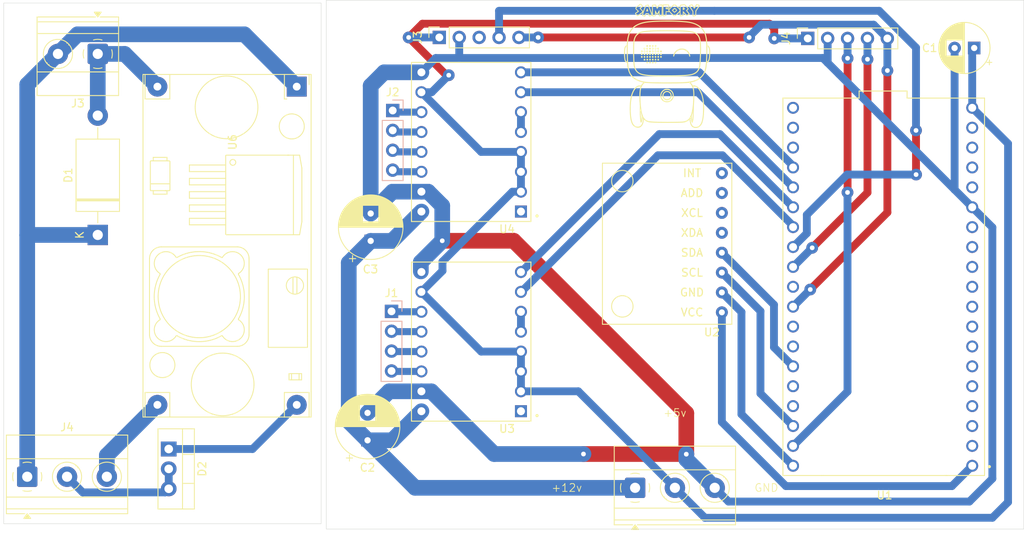
<source format=kicad_pcb>
(kicad_pcb (version 20241229) (generator "pcbnew") (generator_version "9.0")
  (layers (0 "F.Cu" signal) (2 "B.Cu" signal) (13 "F.Paste" user) (15 "B.Paste" user) (5 "F.SilkS" user "F.Silkscreen") (7 "B.SilkS" user "B.Silkscreen") (1 "F.Mask" user) (3 "B.Mask" user) (25 "Edge.Cuts" user))
  (net 0 "")
  (net 1 "+5V")
  (net 2 "GND")
  (net 3 "+12V")
  (net 4 "Net-(J1-Pin_2)")
  (net 5 "Net-(J1-Pin_3)")
  (net 6 "Net-(J1-Pin_4)")
  (net 7 "Net-(J1-Pin_1)")
  (net 8 "Net-(J2-Pin_3)")
  (net 9 "Net-(J2-Pin_1)")
  (net 10 "Net-(J2-Pin_4)")
  (net 11 "Net-(J2-Pin_2)")
  (net 13 "/M2STEP")
  (net 15 "+3.3V")
  (net 20 "/M1DIR")
  (net 22 "/SCL")
  (net 25 "/M2DIR")
  (net 31 "/SDA")
  (net 35 "/M1STEP")
  (net 43 "Net-(U2-~{RESET})")
  (net 48 "Net-(U5-~{RESET})")
  (net 50 "/CS1")
  (net 51 "/CLK")
  (net 52 "/DIN")
  (net 53 "/CS2")
  (net 55 "Net-(D2-A)")
  (footprint "usini_sensors:module_mpu6050" (layer "F.Cu") (at 176.612378 96.816378 180)
    (property "Reference" "U2" (at 1.27 -20.32 0) (layer "F.SilkS"))
    (property "Value" "MPU6050")
    (fp_text user "XDA" (at 3.81 -7.62 0) (layer "F.SilkS"))
    (fp_text user "GND" (at 3.81 -15.24 0) (layer "F.SilkS"))
    (fp_text user "INT" (at 3.81 0 0) (layer "F.SilkS"))
    (fp_text user "ADD" (at 3.81 -2.54 0) (layer "F.SilkS"))
    (fp_text user "VCC" (at 3.81 -17.78 0) (layer "F.SilkS"))
    (fp_text user "SDA" (at 3.81 -10.16 0) (layer "F.SilkS"))
    (fp_text user "SCL" (at 3.81 -12.7 0) (layer "F.SilkS"))
    (fp_text user "XCL" (at 3.81 -5.08 0) (layer "F.SilkS"))
    (pad "1" thru_hole circle (at 0 -17.78 180) (size 1.524 1.524) (drill 0.762) (layers "*.Cu" "*.Mask") (net 15 "+3.3V"))
    (pad "2" thru_hole circle (at 0 -15.24 180) (size 1.524 1.524) (drill 0.762) (layers "*.Cu" "*.Mask") (net 2 "GND"))
    (pad "3" thru_hole circle (at 0 -12.7 180) (size 1.524 1.524) (drill 0.762) (layers "*.Cu" "*.Mask") (net 22 "/SCL"))
    (pad "4" thru_hole circle (at 0 -10.16 180) (size 1.524 1.524) (drill 0.762) (layers "*.Cu" "*.Mask") (net 31 "/SDA"))
    (pad "5" thru_hole circle (at 0 -7.62 180) (size 1.524 1.524) (drill 0.762) (layers "*.Cu" "*.Mask"))
    (pad "6" thru_hole circle (at 0 -5.08 180) (size 1.524 1.524) (drill 0.762) (layers "*.Cu" "*.Mask"))
    (pad "7" thru_hole circle (at 0 -2.54 180) (size 1.524 1.524) (drill 0.762) (layers "*.Cu" "*.Mask"))
    (pad "8" thru_hole circle (at 0 0 180) (size 1.524 1.524) (drill 0.762) (layers "*.Cu" "*.Mask"))
  )
  (footprint "LM2596S:DCDC_StepDown_LM2596" (layer "F.Cu") (at 122.37 85.77 -90)
    (property "Reference" "U6" (at 7.09 8.19 90) (layer "F.SilkS"))
    (property "Value" "LM2596")
    (pad "1" thru_hole rect (at 0 0 270) (size 2.54 2.54) (drill 1) (layers "*.Cu" "*.Mask") (net 3 "+12V"))
    (pad "2" thru_hole circle (at 0 17.78 270) (size 2.54 2.54) (drill 1) (layers "*.Cu" "*.Mask") (net 2 "GND"))
    (pad "3" thru_hole circle (at 40.64 17.78 270) (size 2.54 2.54) (drill 1) (layers "*.Cu" "*.Mask") (net 2 "GND"))
    (pad "4" thru_hole circle (at 40.64 0 270) (size 2.54 2.54) (drill 1) (layers "*.Cu" "*.Mask") (net 55 "Net-(D2-A)"))
  )
  (footprint "Connector_PinSocket_2.54mm:PinSocket_1x05_P2.54mm_Vertical" (layer "F.Cu") (at 187.572378 79.611688 90)
    (property "Reference" "J4" (at 0 -2.77 90) (layer "F.SilkS"))
    (property "Value" "Conn_01x05")
    (pad "1" thru_hole rect (at 0 0 90) (size 1.7 1.7) (drill 1) (layers "*.Cu" "*.Mask") (net 1 "+5V"))
    (pad "2" thru_hole oval (at 0 2.54 90) (size 1.7 1.7) (drill 1) (layers "*.Cu" "*.Mask") (net 2 "GND"))
    (pad "3" thru_hole oval (at 0 5.08 90) (size 1.7 1.7) (drill 1) (layers "*.Cu" "*.Mask") (net 52 "/DIN"))
    (pad "4" thru_hole oval (at 0 7.62 90) (size 1.7 1.7) (drill 1) (layers "*.Cu" "*.Mask") (net 50 "/CS1"))
    (pad "5" thru_hole oval (at 0 10.16 90) (size 1.7 1.7) (drill 1) (layers "*.Cu" "*.Mask") (net 51 "/CLK"))
  )
  (footprint "TerminalBlock_Phoenix:TerminalBlock_Phoenix_MKDS-1,5-3-5.08_1x03_P5.08mm_Horizontal" (layer "F.Cu") (at 87.98 135.59)
    (property "Reference" "J4" (at 5.08 -6.32 0) (layer "F.SilkS"))
    (property "Value" "Screw_Terminal_01x03")
    (pad "1" thru_hole roundrect (at 0 0) (size 2.6 2.6) (drill 1.3) (layers "*.Cu" "*.Mask") (roundrect_rratio 0.096154) (net 3 "+12V"))
    (pad "2" thru_hole circle (at 5.08 0) (size 2.6 2.6) (drill 1.3) (layers "*.Cu" "*.Mask") (net 1 "+5V"))
    (pad "3" thru_hole circle (at 10.16 0) (size 2.6 2.6) (drill 1.3) (layers "*.Cu" "*.Mask") (net 2 "GND"))
  )
  (footprint "TerminalBlock_Phoenix:TerminalBlock_Phoenix_MKDS-1,5-2-5.08_1x02_P5.08mm_Horizontal" (layer "F.Cu") (at 96.98 81.59 180)
    (property "Reference" "J3" (at 2.54 -6.32 0) (layer "F.SilkS"))
    (property "Value" "Screw_Terminal_01x02")
    (pad "1" thru_hole roundrect (at 0 0 180) (size 2.6 2.6) (drill 1.3) (layers "*.Cu" "*.Mask") (roundrect_rratio 0.096154) (net 2 "GND"))
    (pad "2" thru_hole circle (at 5.08 0 180) (size 2.6 2.6) (drill 1.3) (layers "*.Cu" "*.Mask") (net 3 "+12V"))
  )
  (footprint "Capacitor_THT:CP_Radial_D8.0mm_P3.50mm" (layer "F.Cu") (at 131.406036 130.93775 90)
    (property "Reference" "C2" (at -3.493007 -0.011279 0) (layer "F.SilkS"))
    (property "Value" "100uF")
    (pad "1" thru_hole rect (at 0 0 90) (size 1.6 1.6) (drill 0.8) (layers "*.Cu" "*.Mask") (net 3 "+12V"))
    (pad "2" thru_hole circle (at 3.5 0 90) (size 1.6 1.6) (drill 0.8) (layers "*.Cu" "*.Mask") (net 2 "GND"))
  )
  (footprint "Package_TO_SOT_THT:TO-220-3_Vertical" (layer "F.Cu") (at 106.035 132.05 -90)
    (property "Reference" "D2" (at 2.54 -4.27 90) (layer "F.SilkS"))
    (property "Value" "MBR3060CT")
    (pad "1" thru_hole rect (at 0 0 270) (size 1.905 2) (drill 1.1) (layers "*.Cu" "*.Mask") (net 55 "Net-(D2-A)"))
    (pad "2" thru_hole oval (at 2.54 0 270) (size 1.905 2) (drill 1.1) (layers "*.Cu" "*.Mask") (net 1 "+5V"))
    (pad "3" thru_hole oval (at 5.08 0 270) (size 1.905 2) (drill 1.1) (layers "*.Cu" "*.Mask") (net 1 "+5V"))
  )
  (footprint "ESP32-DEVKITC:NODEMCU-32S" (layer "F.Cu") (at 197.127378 111.333378 180)
    (property "Reference" "U1" (at -0.25 -26.636622 0) (layer "F.SilkS"))
    (property "Value" "ESP32-DEVKITC")
    (pad "1" thru_hole circle (at -11.43 -22.86 180) (size 1.524 1.524) (drill 1.016) (layers "*.Cu" "*.Mask") (net 15 "+3.3V"))
    (pad "2" thru_hole circle (at -11.43 -20.32 180) (size 1.524 1.524) (drill 1.016) (layers "*.Cu" "*.Mask"))
    (pad "3" thru_hole circle (at -11.43 -17.78 180) (size 1.524 1.524) (drill 1.016) (layers "*.Cu" "*.Mask"))
    (pad "4" thru_hole circle (at -11.43 -15.24 180) (size 1.524 1.524) (drill 1.016) (layers "*.Cu" "*.Mask"))
    (pad "5" thru_hole circle (at -11.43 -12.7 180) (size 1.524 1.524) (drill 1.016) (layers "*.Cu" "*.Mask"))
    (pad "6" thru_hole circle (at -11.43 -10.16 180) (size 1.524 1.524) (drill 1.016) (layers "*.Cu" "*.Mask"))
    (pad "7" thru_hole circle (at -11.43 -7.62 180) (size 1.524 1.524) (drill 1.016) (layers "*.Cu" "*.Mask"))
    (pad "8" thru_hole circle (at -11.43 -5.08 180) (size 1.524 1.524) (drill 1.016) (layers "*.Cu" "*.Mask"))
    (pad "9" thru_hole circle (at -11.43 -2.54 180) (size 1.524 1.524) (drill 1.016) (layers "*.Cu" "*.Mask"))
    (pad "10" thru_hole circle (at -11.43 0 180) (size 1.524 1.524) (drill 1.016) (layers "*.Cu" "*.Mask"))
    (pad "11" thru_hole circle (at -11.43 2.54 180) (size 1.524 1.524) (drill 1.016) (layers "*.Cu" "*.Mask"))
    (pad "12" thru_hole circle (at -11.43 5.08 180) (size 1.524 1.524) (drill 1.016) (layers "*.Cu" "*.Mask"))
    (pad "13" thru_hole circle (at -11.43 7.62 180) (size 1.524 1.524) (drill 1.016) (layers "*.Cu" "*.Mask"))
    (pad "14" thru_hole circle (at -11.43 10.16 180) (size 1.524 1.524) (drill 1.016) (layers "*.Cu" "*.Mask") (net 2 "GND"))
    (pad "15" thru_hole circle (at -11.43 12.7 180) (size 1.524 1.524) (drill 1.016) (layers "*.Cu" "*.Mask"))
    (pad "16" thru_hole circle (at -11.43 15.24 180) (size 1.524 1.524) (drill 1.016) (layers "*.Cu" "*.Mask"))
    (pad "17" thru_hole circle (at -11.43 17.78 180) (size 1.524 1.524) (drill 1.016) (layers "*.Cu" "*.Mask"))
    (pad "18" thru_hole circle (at -11.43 20.32 180) (size 1.524 1.524) (drill 1.016) (layers "*.Cu" "*.Mask"))
    (pad "19" thru_hole circle (at -11.43 22.86 180) (size 1.524 1.524) (drill 1.016) (layers "*.Cu" "*.Mask") (net 1 "+5V"))
    (pad "20" thru_hole circle (at 11.43 22.86 180) (size 1.524 1.524) (drill 1.016) (layers "*.Cu" "*.Mask"))
    (pad "21" thru_hole circle (at 11.43 20.32 180) (size 1.524 1.524) (drill 1.016) (layers "*.Cu" "*.Mask"))
    (pad "22" thru_hole circle (at 11.43 17.78 180) (size 1.524 1.524) (drill 1.016) (layers "*.Cu" "*.Mask"))
    (pad "23" thru_hole circle (at 11.43 15.24 180) (size 1.524 1.524) (drill 1.016) (layers "*.Cu" "*.Mask") (net 25 "/M2DIR"))
    (pad "24" thru_hole circle (at 11.43 12.7 180) (size 1.524 1.524) (drill 1.016) (layers "*.Cu" "*.Mask") (net 13 "/M2STEP"))
    (pad "25" thru_hole circle (at 11.43 10.16 180) (size 1.524 1.524) (drill 1.016) (layers "*.Cu" "*.Mask") (net 20 "/M1DIR"))
    (pad "26" thru_hole circle (at 11.43 7.62 180) (size 1.524 1.524) (drill 1.016) (layers "*.Cu" "*.Mask") (net 35 "/M1STEP"))
    (pad "27" thru_hole circle (at 11.43 5.08 180) (size 1.524 1.524) (drill 1.016) (layers "*.Cu" "*.Mask") (net 53 "/CS2"))
    (pad "28" thru_hole circle (at 11.43 2.54 180) (size 1.524 1.524) (drill 1.016) (layers "*.Cu" "*.Mask") (net 50 "/CS1"))
    (pad "29" thru_hole circle (at 11.43 0 180) (size 1.524 1.524) (drill 1.016) (layers "*.Cu" "*.Mask"))
    (pad "30" thru_hole circle (at 11.43 -2.54 180) (size 1.524 1.524) (drill 1.016) (layers "*.Cu" "*.Mask") (net 51 "/CLK"))
    (pad "31" thru_hole circle (at 11.43 -5.08 180) (size 1.524 1.524) (drill 1.016) (layers "*.Cu" "*.Mask"))
    (pad "32" thru_hole circle (at 11.43 -7.62 180) (size 1.524 1.524) (drill 1.016) (layers "*.Cu" "*.Mask") (net 2 "GND"))
    (pad "33" thru_hole circle (at 11.43 -10.16 180) (size 1.524 1.524) (drill 1.016) (layers "*.Cu" "*.Mask") (net 31 "/SDA"))
    (pad "34" thru_hole circle (at 11.43 -12.7 180) (size 1.524 1.524) (drill 1.016) (layers "*.Cu" "*.Mask"))
    (pad "35" thru_hole circle (at 11.43 -15.24 180) (size 1.524 1.524) (drill 1.016) (layers "*.Cu" "*.Mask"))
    (pad "36" thru_hole circle (at 11.43 -17.78 180) (size 1.524 1.524) (drill 1.016) (layers "*.Cu" "*.Mask") (net 22 "/SCL"))
    (pad "37" thru_hole circle (at 11.43 -20.32 180) (size 1.524 1.524) (drill 1.016) (layers "*.Cu" "*.Mask") (net 52 "/DIN"))
    (pad "38" thru_hole circle (at 11.43 -22.86 180) (size 1.524 1.524) (drill 1.016) (layers "*.Cu" "*.Mask") (net 2 "GND"))
  )
  (footprint "Connector_PinSocket_2.54mm:PinSocket_1x05_P2.54mm_Vertical" (layer "F.Cu") (at 140.562378 79.486688 90)
    (property "Reference" "J3" (at 0 -2.77 90) (layer "F.SilkS"))
    (property "Value" "Conn_01x05")
    (pad "1" thru_hole rect (at 0 0 90) (size 1.7 1.7) (drill 1) (layers "*.Cu" "*.Mask") (net 1 "+5V"))
    (pad "2" thru_hole oval (at 0 2.54 90) (size 1.7 1.7) (drill 1) (layers "*.Cu" "*.Mask") (net 2 "GND"))
    (pad "3" thru_hole oval (at 0 5.08 90) (size 1.7 1.7) (drill 1) (layers "*.Cu" "*.Mask"))
    (pad "4" thru_hole oval (at 0 7.62 90) (size 1.7 1.7) (drill 1) (layers "*.Cu" "*.Mask") (net 53 "/CS2"))
    (pad "5" thru_hole oval (at 0 10.16 90) (size 1.7 1.7) (drill 1) (layers "*.Cu" "*.Mask") (net 51 "/CLK"))
  )
  (footprint "images:SAMFORY-FOOTPRINT" (layer "F.Cu") (at 169.644199 83.733125)
    (property "Reference" "SAMFORY" (hide yes))
    (property "Value" "" (hide yes))
  )
  (footprint "Capacitor_THT:CP_Radial_D6.3mm_P2.50mm" (layer "F.Cu") (at 208.809757 80.833378 180)
    (property "Reference" "C1" (at 5.68238 0 0) (layer "F.SilkS"))
    (property "Value" "10uF")
    (pad "1" thru_hole rect (at 0 0 180) (size 1.6 1.6) (drill 0.8) (layers "*.Cu" "*.Mask") (net 1 "+5V"))
    (pad "2" thru_hole circle (at 2.5 0 180) (size 1.6 1.6) (drill 0.8) (layers "*.Cu" "*.Mask") (net 2 "GND"))
  )
  (footprint "TerminalBlock_Phoenix:TerminalBlock_Phoenix_MKDS-1,5-3-5.08_1x03_P5.08mm_Horizontal" (layer "F.Cu") (at 165.542378 137.005878)
    (property "Reference" "J5" (hide yes))
    (property "Value" "Screw_Terminal_01x03")
    (pad "1" thru_hole roundrect (at 0 0) (size 2.6 2.6) (drill 1.3) (layers "*.Cu" "*.Mask") (roundrect_rratio 0.096154) (net 3 "+12V"))
    (pad "2" thru_hole circle (at 5.08 0) (size 2.6 2.6) (drill 1.3) (layers "*.Cu" "*.Mask") (net 1 "+5V"))
    (pad "3" thru_hole circle (at 10.16 0) (size 2.6 2.6) (drill 1.3) (layers "*.Cu" "*.Mask") (net 2 "GND"))
  )
  (footprint "A4988_STEPPER_MOTOR_DRIVER_CARRIER:MODULE_A4988_STEPPER_MOTOR_DRIVER_CARRIER" (layer "F.Cu") (at 144.627378 92.833378 180)
    (property "Reference" "U4" (at -4.575 -11.135 0) (layer "F.SilkS"))
    (property "Value" "A4988_STEPPER_MOTOR_DRIVER_CARRIER")
    (pad "1" thru_hole rect (at -6.35 -8.89 180) (size 1.53 1.53) (drill 1.02) (layers "*.Cu" "*.Mask"))
    (pad "2" thru_hole circle (at -6.35 -6.35 180) (size 1.53 1.53) (drill 1.02) (layers "*.Cu" "*.Mask") (net 1 "+5V"))
    (pad "3" thru_hole circle (at -6.35 -3.81 180) (size 1.53 1.53) (drill 1.02) (layers "*.Cu" "*.Mask") (net 1 "+5V"))
    (pad "4" thru_hole circle (at -6.35 -1.27 180) (size 1.53 1.53) (drill 1.02) (layers "*.Cu" "*.Mask") (net 1 "+5V"))
    (pad "5" thru_hole circle (at -6.35 1.27 180) (size 1.53 1.53) (drill 1.02) (layers "*.Cu" "*.Mask") (net 48 "Net-(U5-~{RESET})"))
    (pad "6" thru_hole circle (at -6.35 3.81 180) (size 1.53 1.53) (drill 1.02) (layers "*.Cu" "*.Mask") (net 48 "Net-(U5-~{RESET})"))
    (pad "7" thru_hole circle (at -6.35 6.35 180) (size 1.53 1.53) (drill 1.02) (layers "*.Cu" "*.Mask") (net 13 "/M2STEP"))
    (pad "8" thru_hole circle (at -6.35 8.89 180) (size 1.53 1.53) (drill 1.02) (layers "*.Cu" "*.Mask") (net 25 "/M2DIR"))
    (pad "9" thru_hole circle (at 6.35 8.89 180) (size 1.53 1.53) (drill 1.02) (layers "*.Cu" "*.Mask") (net 2 "GND"))
    (pad "10" thru_hole circle (at 6.35 6.35 180) (size 1.53 1.53) (drill 1.02) (layers "*.Cu" "*.Mask") (net 1 "+5V"))
    (pad "11" thru_hole circle (at 6.35 3.81 180) (size 1.53 1.53) (drill 1.02) (layers "*.Cu" "*.Mask") (net 9 "Net-(J2-Pin_1)"))
    (pad "12" thru_hole circle (at 6.35 1.27 180) (size 1.53 1.53) (drill 1.02) (layers "*.Cu" "*.Mask") (net 11 "Net-(J2-Pin_2)"))
    (pad "13" thru_hole circle (at 6.35 -1.27 180) (size 1.53 1.53) (drill 1.02) (layers "*.Cu" "*.Mask") (net 8 "Net-(J2-Pin_3)"))
    (pad "14" thru_hole circle (at 6.35 -3.81 180) (size 1.53 1.53) (drill 1.02) (layers "*.Cu" "*.Mask") (net 10 "Net-(J2-Pin_4)"))
    (pad "15" thru_hole circle (at 6.35 -6.35 180) (size 1.53 1.53) (drill 1.02) (layers "*.Cu" "*.Mask") (net 2 "GND"))
    (pad "16" thru_hole circle (at 6.35 -8.89 180) (size 1.53 1.53) (drill 1.02) (layers "*.Cu" "*.Mask") (net 3 "+12V"))
  )
  (footprint "Capacitor_THT:CP_Radial_D8.0mm_P3.50mm" (layer "F.Cu") (at 131.804757 105.473408 90)
    (property "Reference" "C3" (at -3.627349 -0.03 0) (layer "F.SilkS"))
    (property "Value" "100uF")
    (pad "1" thru_hole rect (at 0 0 90) (size 1.6 1.6) (drill 0.8) (layers "*.Cu" "*.Mask") (net 3 "+12V"))
    (pad "2" thru_hole circle (at 3.5 0 90) (size 1.6 1.6) (drill 0.8) (layers "*.Cu" "*.Mask") (net 2 "GND"))
  )
  (footprint "Diode_THT:D_DO-201AE_P15.24mm_Horizontal" (layer "F.Cu") (at 96.98 104.71 90)
    (property "Reference" "D1" (at 7.62 -3.77 90) (layer "F.SilkS"))
    (property "Value" "1.5KE13A")
    (fp_text user "K" (at 0 -2.3 90) (layer "F.SilkS"))
    (pad "1" thru_hole rect (at 0 0 90) (size 2.6 2.6) (drill 1.3) (layers "*.Cu" "*.Mask") (net 3 "+12V"))
    (pad "2" thru_hole oval (at 15.24 0 90) (size 2.6 2.6) (drill 1.3) (layers "*.Cu" "*.Mask") (net 2 "GND"))
  )
  (footprint "A4988_STEPPER_MOTOR_DRIVER_CARRIER:MODULE_A4988_STEPPER_MOTOR_DRIVER_CARRIER" (layer "F.Cu") (at 144.627378 118.333378 180)
    (property "Reference" "U3" (at -4.575 -11.135 0) (layer "F.SilkS"))
    (property "Value" "A4988_STEPPER_MOTOR_DRIVER_CARRIER")
    (pad "1" thru_hole rect (at -6.35 -8.89 180) (size 1.53 1.53) (drill 1.02) (layers "*.Cu" "*.Mask"))
    (pad "2" thru_hole circle (at -6.35 -6.35 180) (size 1.53 1.53) (drill 1.02) (layers "*.Cu" "*.Mask") (net 1 "+5V"))
    (pad "3" thru_hole circle (at -6.35 -3.81 180) (size 1.53 1.53) (drill 1.02) (layers "*.Cu" "*.Mask") (net 1 "+5V"))
    (pad "4" thru_hole circle (at -6.35 -1.27 180) (size 1.53 1.53) (drill 1.02) (layers "*.Cu" "*.Mask") (net 1 "+5V"))
    (pad "5" thru_hole circle (at -6.35 1.27 180) (size 1.53 1.53) (drill 1.02) (layers "*.Cu" "*.Mask") (net 43 "Net-(U2-~{RESET})"))
    (pad "6" thru_hole circle (at -6.35 3.81 180) (size 1.53 1.53) (drill 1.02) (layers "*.Cu" "*.Mask") (net 43 "Net-(U2-~{RESET})"))
    (pad "7" thru_hole circle (at -6.35 6.35 180) (size 1.53 1.53) (drill 1.02) (layers "*.Cu" "*.Mask") (net 35 "/M1STEP"))
    (pad "8" thru_hole circle (at -6.35 8.89 180) (size 1.53 1.53) (drill 1.02) (layers "*.Cu" "*.Mask") (net 20 "/M1DIR"))
    (pad "9" thru_hole circle (at 6.35 8.89 180) (size 1.53 1.53) (drill 1.02) (layers "*.Cu" "*.Mask") (net 2 "GND"))
    (pad "10" thru_hole circle (at 6.35 6.35 180) (size 1.53 1.53) (drill 1.02) (layers "*.Cu" "*.Mask") (net 1 "+5V"))
    (pad "11" thru_hole circle (at 6.35 3.81 180) (size 1.53 1.53) (drill 1.02) (layers "*.Cu" "*.Mask") (net 7 "Net-(J1-Pin_1)"))
    (pad "12" thru_hole circle (at 6.35 1.27 180) (size 1.53 1.53) (drill 1.02) (layers "*.Cu" "*.Mask") (net 4 "Net-(J1-Pin_2)"))
    (pad "13" thru_hole circle (at 6.35 -1.27 180) (size 1.53 1.53) (drill 1.02) (layers "*.Cu" "*.Mask") (net 5 "Net-(J1-Pin_3)"))
    (pad "14" thru_hole circle (at 6.35 -3.81 180) (size 1.53 1.53) (drill 1.02) (layers "*.Cu" "*.Mask") (net 6 "Net-(J1-Pin_4)"))
    (pad "15" thru_hole circle (at 6.35 -6.35 180) (size 1.53 1.53) (drill 1.02) (layers "*.Cu" "*.Mask") (net 2 "GND"))
    (pad "16" thru_hole circle (at 6.35 -8.89 180) (size 1.53 1.53) (drill 1.02) (layers "*.Cu" "*.Mask") (net 3 "+12V"))
  )
  (footprint "Connector_PinHeader_2.54mm:PinHeader_1x04_P2.54mm_Vertical" (layer "B.Cu") (at 134.462378 114.466378 180)
    (property "Reference" "J1" (at 0 2.33 0) (layer "F.SilkS"))
    (property "Value" "Conn_01x04")
    (pad "1" thru_hole rect (at 0 0 180) (size 1.7 1.7) (drill 1) (layers "*.Cu" "*.Mask") (net 7 "Net-(J1-Pin_1)"))
    (pad "2" thru_hole oval (at 0 -2.54 180) (size 1.7 1.7) (drill 1) (layers "*.Cu" "*.Mask") (net 4 "Net-(J1-Pin_2)"))
    (pad "3" thru_hole oval (at 0 -5.08 180) (size 1.7 1.7) (drill 1) (layers "*.Cu" "*.Mask") (net 5 "Net-(J1-Pin_3)"))
    (pad "4" thru_hole oval (at 0 -7.62 180) (size 1.7 1.7) (drill 1) (layers "*.Cu" "*.Mask") (net 6 "Net-(J1-Pin_4)"))
  )
  (footprint "Connector_PinHeader_2.54mm:PinHeader_1x04_P2.54mm_Vertical" (layer "B.Cu") (at 134.612378 88.816378 180)
    (property "Reference" "J2" (at 0 2.33 0) (layer "F.SilkS"))
    (property "Value" "Conn_01x04")
    (pad "1" thru_hole rect (at 0 0 180) (size 1.7 1.7) (drill 1) (layers "*.Cu" "*.Mask") (net 9 "Net-(J2-Pin_1)"))
    (pad "2" thru_hole oval (at 0 -2.54 180) (size 1.7 1.7) (drill 1) (layers "*.Cu" "*.Mask") (net 11 "Net-(J2-Pin_2)"))
    (pad "3" thru_hole oval (at 0 -5.08 180) (size 1.7 1.7) (drill 1) (layers "*.Cu" "*.Mask") (net 8 "Net-(J2-Pin_3)"))
    (pad "4" thru_hole oval (at 0 -7.62 180) (size 1.7 1.7) (drill 1) (layers "*.Cu" "*.Mask") (net 10 "Net-(J2-Pin_4)"))
  )
  (gr_rect (start 84.98 75.09) (end 125.48 141.59) (stroke (width 0.05)) (fill no) (layer "Edge.Cuts"))
  (gr_rect (start 126.142378 74.730379) (end 215.142378 142.270378) (stroke (width 0.05)) (fill no) (layer "Edge.Cuts"))
  (gr_text "GND" (at 182.294757 137.005878 0) (layer "F.SilkS") (effects (font (size 1 1) (thickness 0.1))))
  (gr_text "+5v" (at 170.622378 127.440757 0) (layer "F.SilkS") (effects (font (size 1 1) (thickness 0.1))))
  (gr_text "+12v" (at 156.824757 137.006233 0) (layer "F.SilkS") (effects (font (size 1 1) (thickness 0.1))))
  (segment (start 183.295688 79.611688) (end 183.295688 78.336619) (width 1) (layer "F.Cu") (net 1))
  (segment (start 138.399826 77.735688) (end 182.694757 77.735688) (width 1) (layer "F.Cu") (net 1))
  (segment (start 183.295688 78.336619) (end 182.694757 77.735688) (width 1) (layer "F.Cu") (net 1))
  (segment (start 136.648826 79.486688) (end 138.399826 77.735688) (width 1) (layer "F.Cu") (net 1))
  (segment (start 141.764757 84.310757) (end 141.472895 84.310757) (width 1) (layer "F.Cu") (net 1))
  (segment (start 141.472895 84.310757) (end 136.648826 79.486688) (width 1) (layer "F.Cu") (net 1))
  (via (at 136.648826 79.486688) (size 1.5) (drill 0.6) (layers "F.Cu" "B.Cu") (net 1))
  (via (at 183.295688 79.611688) (size 1.5) (drill 0.6) (layers "F.Cu" "B.Cu") (net 1))
  (via (at 141.764757 84.310757) (size 1.5) (drill 0.6) (layers "F.Cu" "B.Cu") (net 1))
  (segment (start 140.562378 79.486688) (end 136.648826 79.486688) (width 1) (layer "B.Cu") (net 1))
  (segment (start 150.977378 124.683378) (end 150.977378 122.143378) (width 1) (layer "B.Cu") (net 1))
  (segment (start 213.127378 138.833378) (end 213.127378 93.043378) (width 1) (layer "B.Cu") (net 1))
  (segment (start 140.964757 108.114126) (end 149.895505 99.183378) (width 1) (layer "B.Cu") (net 1))
  (segment (start 150.977378 99.283378) (end 150.977378 99.183378) (width 0.5) (layer "B.Cu") (net 1))
  (segment (start 150.977378 96.643378) (end 150.977378 94.103378) (width 1) (layer "B.Cu") (net 1))
  (segment (start 150.977378 94.103378) (end 145.897378 94.103378) (width 1) (layer "B.Cu") (net 1))
  (segment (start 149.895505 99.183378) (end 150.977378 99.183378) (width 1) (layer "B.Cu") (net 1))
  (segment (start 158.299878 124.683378) (end 150.977378 124.683378) (width 1) (layer "B.Cu") (net 1))
  (segment (start 140.964757 109.295999) (end 140.964757 108.114126) (width 1) (layer "B.Cu") (net 1))
  (segment (start 145.897378 94.103378) (end 138.277378 86.483378) (width 1) (layer "B.Cu") (net 1))
  (segment (start 170.622378 137.005878) (end 174.449878 140.833378) (width 1) (layer "B.Cu") (net 1))
  (segment (start 183.295688 79.611688) (end 187.572378 79.611688) (width 1) (layer "B.Cu") (net 1))
  (segment (start 170.622378 137.005878) (end 158.299878 124.683378) (width 1) (layer "B.Cu") (net 1))
  (segment (start 106.035 134.59) (end 106.035 137.13) (width 1) (layer "B.Cu") (net 1))
  (segment (start 138.277378 111.983378) (end 140.964757 109.295999) (width 1) (layer "B.Cu") (net 1))
  (segment (start 213.127378 93.043378) (end 208.557378 88.473378) (width 1) (layer "B.Cu") (net 1))
  (segment (start 145.897378 119.603378) (end 138.277378 111.983378) (width 1) (layer "B.Cu") (net 1))
  (segment (start 208.557378 81.085757) (end 208.809757 80.833378) (width 1) (layer "B.Cu") (net 1))
  (segment (start 150.977378 99.183378) (end 150.977378 96.643378) (width 1) (layer "B.Cu") (net 1))
  (segment (start 95.061 137.591) (end 105.574 137.591) (width 1) (layer "B.Cu") (net 1))
  (segment (start 93.06 135.59) (end 95.061 137.591) (width 1) (layer "B.Cu") (net 1))
  (segment (start 150.977378 119.603378) (end 145.897378 119.603378) (width 1) (layer "B.Cu") (net 1))
  (segment (start 208.557378 88.473378) (end 208.557378 81.085757) (width 1) (layer "B.Cu") (net 1))
  (segment (start 138.277378 86.483378) (end 139.592136 86.483378) (width 1) (layer "B.Cu") (net 1))
  (segment (start 211.127378 140.833378) (end 213.127378 138.833378) (width 1) (layer "B.Cu") (net 1))
  (segment (start 150.977378 122.143378) (end 150.977378 119.603378) (width 1) (layer "B.Cu") (net 1))
  (segment (start 139.592136 86.483378) (end 141.764757 84.310757) (width 1) (layer "B.Cu") (net 1))
  (segment (start 174.449878 140.833378) (end 211.127378 140.833378) (width 1) (layer "B.Cu") (net 1))
  (segment (start 105.574 137.591) (end 106.035 137.13) (width 1) (layer "B.Cu") (net 1))
  (segment (start 158.954757 132.690757) (end 172.074757 132.690757) (width 2) (layer "F.Cu") (net 2))
  (segment (start 150.052893 105.455706) (end 172.074757 127.47757) (width 2) (layer "F.Cu") (net 2))
  (segment (start 172.074757 127.47757) (end 172.074757 132.710757) (width 2) (layer "F.Cu") (net 2))
  (segment (start 140.934757 105.455706) (end 150.052893 105.455706) (width 2) (layer "F.Cu") (net 2))
  (via (at 158.954757 132.690757) (size 1.5) (drill 0.6) (layers "F.Cu" "B.Cu") (net 2))
  (via (at 140.934757 105.455706) (size 1.5) (drill 0.6) (layers "F.Cu" "B.Cu") (net 2))
  (via (at 172.074757 132.710757) (size 1.5) (drill 0.6) (layers "F.Cu" "B.Cu") (net 2))
  (segment (start 143.102378 79.486688) (end 143.102378 82.101688) (width 1) (layer "B.Cu") (net 2))
  (segment (start 175.702378 137.005878) (end 177.458188 138.761688) (width 1) (layer "B.Cu") (net 2))
  (segment (start 140.109068 82.111688) (end 143.112378 82.111688) (width 1) (layer "B.Cu") (net 2))
  (segment (start 179.112378 114.556378) (end 176.612378 112.056378) (width 1) (layer "B.Cu") (net 2))
  (segment (start 98.14 135.59) (end 98.14 132.86) (width 2) (layer "B.Cu") (net 2))
  (segment (start 191.554033 84.170033) (end 206.309757 98.925757) (width 1) (layer "B.Cu") (net 2))
  (segment (start 172.074757 132.690757) (end 172.074757 132.710757) (width 2) (layer "B.Cu") (net 2))
  (segment (start 140.934757 105.455706) (end 138.203168 108.187295) (width 2) (layer "B.Cu") (net 2))
  (segment (start 138.277378 99.183378) (end 139.132904 99.183378) (width 2) (layer "B.Cu") (net 2))
  (segment (start 134.594787 99.183378) (end 138.277378 99.183378) (width 2) (layer "B.Cu") (net 2))
  (segment (start 190.112378 82.686688) (end 190.091533 82.707533) (width 1) (layer "B.Cu") (net 2))
  (segment (start 172.074757 132.710757) (end 172.074757 133.378257) (width 2) (layer "B.Cu") (net 2))
  (segment (start 139.132904 99.183378) (end 140.934757 100.985231) (width 2) (layer "B.Cu") (net 2))
  (segment (start 139.547378 124.683378) (end 147.554757 132.690757) (width 2) (layer "B.Cu") (net 2))
  (segment (start 208.199068 138.761688) (end 211.127378 135.833378) (width 1) (layer "B.Cu") (net 2))
  (segment (start 131.804757 101.973408) (end 134.594787 99.183378) (width 2) (layer "B.Cu") (net 2))
  (segment (start 206.309757 98.925757) (end 206.309757 80.833378) (width 1) (layer "B.Cu") (net 2))
  (segment (start 131.406036 127.43775) (end 134.160408 124.683378) (width 2) (layer "B.Cu") (net 2))
  (segment (start 134.160408 124.683378) (end 138.277378 124.683378) (width 2) (layer "B.Cu") (net 2))
  (segment (start 211.127378 103.743378) (end 208.557378 101.173378) (width 1) (layer "B.Cu") (net 2))
  (segment (start 147.554757 132.690757) (end 158.954757 132.690757) (width 2) (layer "B.Cu") (net 2))
  (segment (start 131.804757 85.655999) (end 133.517378 83.943378) (width 2) (layer "B.Cu") (net 2))
  (segment (start 208.557378 101.173378) (end 206.309757 98.925757) (width 1) (layer "B.Cu") (net 2))
  (segment (start 211.127378 135.833378) (end 211.127378 103.743378) (width 1) (layer "B.Cu") (net 2))
  (segment (start 190.091533 82.707533) (end 191.554033 84.170033) (width 1) (layer "B.Cu") (net 2))
  (segment (start 98.14 132.86) (end 104.59 126.41) (width 2) (layer "B.Cu") (net 2))
  (segment (start 143.112378 82.111688) (end 189.495688 82.111688) (width 1) (layer "B.Cu") (net 2))
  (segment (start 96.98 81.59) (end 96.98 89.47) (width 2) (layer "B.Cu") (net 2))
  (segment (start 138.277378 124.683378) (end 139.547378 124.683378) (width 2) (layer "B.Cu") (net 2))
  (segment (start 177.458188 138.761688) (end 208.199068 138.761688) (width 1) (layer "B.Cu") (net 2))
  (segment (start 143.102378 82.101688) (end 143.112378 82.111688) (width 1) (layer "B.Cu") (net 2))
  (segment (start 138.277378 83.943378) (end 140.109068 82.111688) (width 1) (layer "B.Cu") (net 2))
  (segment (start 172.074757 133.378257) (end 175.702378 137.005878) (width 2) (layer "B.Cu") (net 2))
  (segment (start 138.277378 83.943378) (end 133.517378 83.943378) (width 2) (layer "B.Cu") (net 2))
  (segment (start 140.934757 100.985231) (end 140.934757 105.455706) (width 2) (layer "B.Cu") (net 2))
  (segment (start 179.112378 114.556378) (end 179.112378 127.608378) (width 1) (layer "B.Cu") (net 2))
  (segment (start 179.112378 127.608378) (end 185.697378 134.193378) (width 1) (layer "B.Cu") (net 2))
  (segment (start 138.203168 108.187295) (end 138.203168 109.369168) (width 2) (layer "B.Cu") (net 2))
  (segment (start 100.41 81.59) (end 104.59 85.77) (width 2) (layer "B.Cu") (net 2))
  (segment (start 190.112378 79.611688) (end 190.112378 82.686688) (width 1) (layer "B.Cu") (net 2))
  (segment (start 189.495688 82.111688) (end 190.091533 82.707533) (width 1) (layer "B.Cu") (net 2))
  (segment (start 131.804757 101.973408) (end 131.804757 85.655999) (width 2) (layer "B.Cu") (net 2))
  (segment (start 96.98 81.59) (end 100.41 81.59) (width 2) (layer "B.Cu") (net 2))
  (segment (start 94.401 79.089) (end 115.689 79.089) (width 2) (layer "B.Cu") (net 3))
  (segment (start 134.563006 130.93775) (end 138.277378 127.223378) (width 2) (layer "B.Cu") (net 3))
  (segment (start 131.406036 130.93775) (end 129.005036 128.53675) (width 2) (layer "B.Cu") (net 3))
  (segment (start 137.474164 137.005878) (end 131.406036 130.93775) (width 2) (layer "B.Cu") (net 3))
  (segment (start 165.542378 137.005878) (end 137.474164 137.005878) (width 2) (layer "B.Cu") (net 3))
  (segment (start 131.804757 105.473408) (end 134.527348 105.473408) (width 2) (layer "B.Cu") (net 3))
  (segment (start 129.005036 128.53675) (end 129.005036 108.273129) (width 2) (layer "B.Cu") (net 3))
  (segment (start 131.406036 130.93775) (end 134.563006 130.93775) (width 2) (layer "B.Cu") (net 3))
  (segment (start 88.003 104.71) (end 87.98 104.733) (width 2) (layer "B.Cu") (net 3))
  (segment (start 134.527348 105.473408) (end 138.277378 101.723378) (width 2) (layer "B.Cu") (net 3))
  (segment (start 115.689 79.089) (end 122.37 85.77) (width 2) (layer "B.Cu") (net 3))
  (segment (start 91.9 81.59) (end 87.98 85.51) (width 2) (layer "B.Cu") (net 3))
  (segment (start 96.98 104.71) (end 88.003 104.71) (width 2) (layer "B.Cu") (net 3))
  (segment (start 87.98 85.51) (end 87.98 104.733) (width 2) (layer "B.Cu") (net 3))
  (segment (start 91.9 81.59) (end 94.401 79.089) (width 2) (layer "B.Cu") (net 3))
  (segment (start 129.005036 108.273129) (end 131.804757 105.473408) (width 2) (layer "B.Cu") (net 3))
  (segment (start 87.98 104.733) (end 87.98 135.59) (width 2) (layer "B.Cu") (net 3))
  (segment (start 138.277378 117.063378) (end 134.519378 117.063378) (width 0.9) (layer "B.Cu") (net 4))
  (segment (start 138.277378 119.603378) (end 134.519378 119.603378) (width 0.9) (layer "B.Cu") (net 5))
  (segment (start 138.277378 122.143378) (end 134.519378 122.143378) (width 0.9) (layer "B.Cu") (net 6))
  (segment (start 138.277378 114.523378) (end 134.519378 114.523378) (width 0.9) (layer "B.Cu") (net 7))
  (segment (start 138.277378 94.103378) (end 134.819378 94.103378) (width 0.9) (layer "B.Cu") (net 8))
  (segment (start 138.277378 89.023378) (end 134.819378 89.023378) (width 0.9) (layer "B.Cu") (net 9))
  (segment (start 138.277378 96.643378) (end 134.819378 96.643378) (width 0.9) (layer "B.Cu") (net 10))
  (segment (start 138.277378 91.563378) (end 134.819378 91.563378) (width 0.9) (layer "B.Cu") (net 11))
  (segment (start 150.977378 86.483378) (end 173.547378 86.483378) (width 1) (layer "B.Cu") (net 13))
  (segment (start 173.547378 86.483378) (end 185.697378 98.633378) (width 1) (layer "B.Cu") (net 13))
  (segment (start 184.787378 136.786688) (end 205.964068 136.786688) (width 1) (layer "B.Cu") (net 15))
  (segment (start 205.964068 136.786688) (end 208.557378 134.193378) (width 1) (layer "B.Cu") (net 15))
  (segment (start 176.612378 128.611688) (end 184.787378 136.786688) (width 1) (layer "B.Cu") (net 15))
  (segment (start 176.612378 114.596378) (end 176.612378 128.611688) (width 1) (layer "B.Cu") (net 15))
  (segment (start 176.357378 91.833378) (end 185.697378 101.173378) (width 1) (layer "B.Cu") (net 20))
  (segment (start 168.627378 91.833378) (end 176.357378 91.833378) (width 1) (layer "B.Cu") (net 20))
  (segment (start 151.017378 109.443378) (end 168.627378 91.833378) (width 1) (layer "B.Cu") (net 20))
  (segment (start 181.537378 124.953378) (end 185.697378 129.113378) (width 1) (layer "B.Cu") (net 22))
  (segment (start 176.612378 109.516378) (end 181.537378 114.441378) (width 1) (layer "B.Cu") (net 22))
  (segment (start 181.537378 114.441378) (end 181.537378 124.953378) (width 1) (layer "B.Cu") (net 22))
  (segment (start 150.977378 83.943378) (end 173.737378 83.943378) (width 1) (layer "B.Cu") (net 25))
  (segment (start 173.737378 83.943378) (end 185.697378 95.903378) (width 1) (layer "B.Cu") (net 25))
  (segment (start 183.262378 113.626378) (end 183.262378 119.058378) (width 1) (layer "B.Cu") (net 31))
  (segment (start 176.612378 106.976378) (end 183.262378 113.626378) (width 1) (layer "B.Cu") (net 31))
  (segment (start 183.262378 119.058378) (end 185.697378 121.493378) (width 1) (layer "B.Cu") (net 31))
  (segment (start 151.017378 111.983378) (end 168.458688 94.542068) (width 1) (layer "B.Cu") (net 35))
  (segment (start 185.697378 103.54954) (end 185.697378 103.713378) (width 1) (layer "B.Cu") (net 35))
  (segment (start 168.458688 94.542068) (end 176.689906 94.542068) (width 1) (layer "B.Cu") (net 35))
  (segment (start 176.689906 94.542068) (end 185.697378 103.54954) (width 1) (layer "B.Cu") (net 35))
  (segment (start 150.977378 117.063378) (end 150.977378 114.523378) (width 1) (layer "B.Cu") (net 43))
  (segment (start 150.977378 91.563378) (end 150.977378 89.023378) (width 1) (layer "B.Cu") (net 48))
  (segment (start 195.192378 99.298378) (end 188.137378 106.353378) (width 1) (layer "F.Cu") (net 50))
  (segment (start 195.192378 82.273136) (end 195.192378 99.298378) (width 1) (layer "F.Cu") (net 50))
  (via (at 195.192378 82.273136) (size 1.5) (drill 0.6) (layers "F.Cu" "B.Cu") (net 50))
  (via (at 188.137378 106.353378) (size 1.5) (drill 0.6) (layers "F.Cu" "B.Cu") (net 50))
  (segment (start 188.137378 106.353378) (end 185.697378 108.793378) (width 1) (layer "B.Cu") (net 50))
  (segment (start 195.192378 79.611688) (end 195.192378 82.273136) (width 1) (layer "B.Cu") (net 50))
  (segment (start 153.170688 79.486688) (end 180.094757 79.486688) (width 1) (layer "F.Cu") (net 51))
  (segment (start 197.732378 83.713136) (end 197.732378 101.838378) (width 1) (layer "F.Cu") (net 51))
  (segment (start 197.732378 101.838378) (end 187.892378 111.678378) (width 1) (layer "F.Cu") (net 51))
  (via (at 180.094757 79.486688) (size 1.5) (drill 0.6) (layers "F.Cu" "B.Cu") (net 51))
  (via (at 153.170688 79.486688) (size 1.5) (drill 0.6) (layers "F.Cu" "B.Cu") (net 51))
  (via (at 197.732378 83.713136) (size 1.5) (drill 0.6) (layers "F.Cu" "B.Cu") (net 51))
  (via (at 187.892378 111.678378) (size 1.5) (drill 0.6) (layers "F.Cu" "B.Cu") (net 51))
  (segment (start 181.634826 77.860688) (end 195.981378 77.860688) (width 1) (layer "B.Cu") (net 51))
  (segment (start 150.722378 79.486688) (end 153.170688 79.486688) (width 1) (layer "B.Cu") (net 51))
  (segment (start 197.732378 79.611688) (end 197.732378 83.713136) (width 1) (layer "B.Cu") (net 51))
  (segment (start 195.981378 77.860688) (end 197.732378 79.611688) (width 1) (layer "B.Cu") (net 51))
  (segment (start 187.892378 111.678378) (end 185.697378 113.873378) (width 1) (layer "B.Cu") (net 51))
  (segment (start 180.094757 79.400757) (end 181.634826 77.860688) (width 1) (layer "B.Cu") (net 51))
  (segment (start 180.094757 79.486688) (end 180.094757 79.400757) (width 1) (layer "B.Cu") (net 51))
  (segment (start 192.652378 82.148378) (end 192.652378 99.108378) (width 1) (layer "F.Cu") (net 52))
  (via (at 192.652378 82.148378) (size 1.5) (drill 0.6) (layers "F.Cu" "B.Cu") (net 52))
  (via (at 192.644757 99.280757) (size 1.5) (drill 0.6) (layers "F.Cu" "B.Cu") (net 52))
  (segment (start 192.644757 99.280757) (end 192.644757 124.705999) (width 1) (layer "B.Cu") (net 52))
  (segment (start 192.644757 124.705999) (end 185.697378 131.653378) (width 1) (layer "B.Cu") (net 52))
  (segment (start 192.652378 79.611688) (end 192.652378 82.148378) (width 1) (layer "B.Cu") (net 52))
  (segment (start 201.385414 96.991414) (end 201.394757 97.000757) (width 1) (layer "F.Cu") (net 53))
  (segment (start 201.385414 91.360757) (end 201.385414 96.991414) (width 1) (layer "F.Cu") (net 53))
  (via (at 201.385414 91.360757) (size 1.5) (drill 0.6) (layers "F.Cu" "B.Cu") (net 53))
  (via (at 201.394757 97.000757) (size 1.5) (drill 0.6) (layers "F.Cu" "B.Cu") (net 53))
  (segment (start 175.659757 76.085688) (end 196.682666 76.085688) (width 1) (layer "B.Cu") (net 53))
  (segment (start 201.394757 97.000757) (end 192.58989 97.000757) (width 1) (layer "B.Cu") (net 53))
  (segment (start 148.182378 79.486688) (end 148.182378 76.085688) (width 1) (layer "B.Cu") (net 53))
  (segment (start 187.453511 104.497245) (end 185.697378 106.253378) (width 1) (layer "B.Cu") (net 53))
  (segment (start 196.682666 76.085688) (end 201.385414 80.788436) (width 1) (layer "B.Cu") (net 53))
  (segment (start 201.385414 80.788436) (end 201.385414 91.360757) (width 1) (layer "B.Cu") (net 53))
  (segment (start 187.453511 102.137136) (end 187.453511 104.497245) (width 1) (layer "B.Cu") (net 53))
  (segment (start 148.182378 76.085688) (end 175.659757 76.085688) (width 1) (layer "B.Cu") (net 53))
  (segment (start 192.58989 97.000757) (end 187.453511 102.137136) (width 1) (layer "B.Cu") (net 53))
  (segment (start 116.73 132.05) (end 122.37 126.41) (width 1) (layer "B.Cu") (net 55))
  (segment (start 106.035 132.05) (end 116.73 132.05) (width 1) (layer "B.Cu") (net 55))
)
</source>
